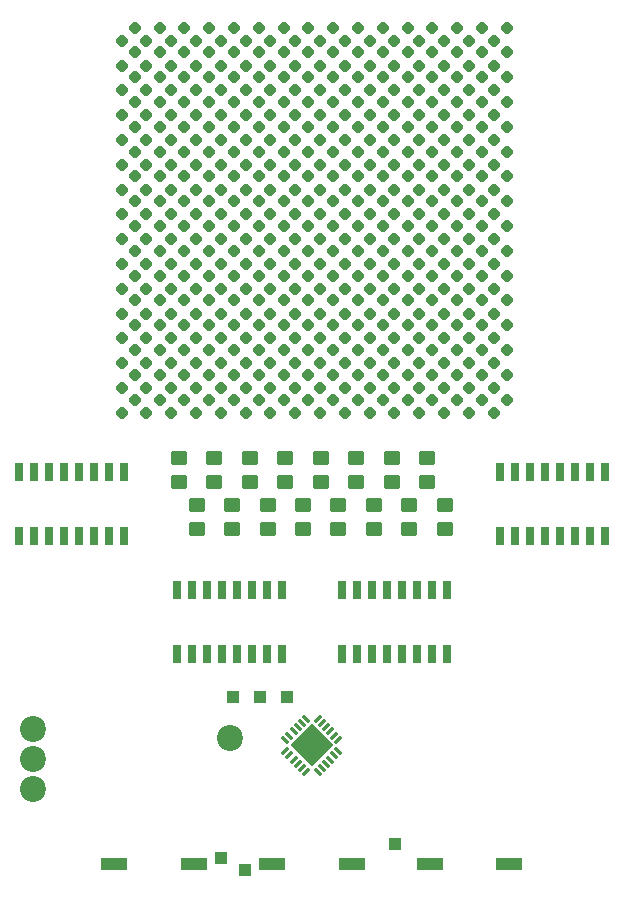
<source format=gbr>
%TF.GenerationSoftware,KiCad,Pcbnew,(6.0.5)*%
%TF.CreationDate,2022-08-28T18:04:00-07:00*%
%TF.ProjectId,PCBbuscard,50434262-7573-4636-9172-642e6b696361,rev?*%
%TF.SameCoordinates,Original*%
%TF.FileFunction,Soldermask,Top*%
%TF.FilePolarity,Negative*%
%FSLAX46Y46*%
G04 Gerber Fmt 4.6, Leading zero omitted, Abs format (unit mm)*
G04 Created by KiCad (PCBNEW (6.0.5)) date 2022-08-28 18:04:00*
%MOMM*%
%LPD*%
G01*
G04 APERTURE LIST*
G04 Aperture macros list*
%AMRoundRect*
0 Rectangle with rounded corners*
0 $1 Rounding radius*
0 $2 $3 $4 $5 $6 $7 $8 $9 X,Y pos of 4 corners*
0 Add a 4 corners polygon primitive as box body*
4,1,4,$2,$3,$4,$5,$6,$7,$8,$9,$2,$3,0*
0 Add four circle primitives for the rounded corners*
1,1,$1+$1,$2,$3*
1,1,$1+$1,$4,$5*
1,1,$1+$1,$6,$7*
1,1,$1+$1,$8,$9*
0 Add four rect primitives between the rounded corners*
20,1,$1+$1,$2,$3,$4,$5,0*
20,1,$1+$1,$4,$5,$6,$7,0*
20,1,$1+$1,$6,$7,$8,$9,0*
20,1,$1+$1,$8,$9,$2,$3,0*%
%AMRotRect*
0 Rectangle, with rotation*
0 The origin of the aperture is its center*
0 $1 length*
0 $2 width*
0 $3 Rotation angle, in degrees counterclockwise*
0 Add horizontal line*
21,1,$1,$2,0,0,$3*%
G04 Aperture macros list end*
%ADD10R,0.700000X1.550000*%
%ADD11C,2.200000*%
%ADD12RoundRect,0.218750X0.026517X-0.335876X0.335876X-0.026517X-0.026517X0.335876X-0.335876X0.026517X0*%
%ADD13RoundRect,0.250000X0.450000X-0.350000X0.450000X0.350000X-0.450000X0.350000X-0.450000X-0.350000X0*%
%ADD14R,1.000000X1.000000*%
%ADD15R,2.160000X1.120000*%
%ADD16RoundRect,0.062500X0.291682X-0.203293X-0.203293X0.291682X-0.291682X0.203293X0.203293X-0.291682X0*%
%ADD17RoundRect,0.062500X0.291682X0.203293X0.203293X0.291682X-0.291682X-0.203293X-0.203293X-0.291682X0*%
%ADD18RotRect,2.600000X2.600000X135.000000*%
G04 APERTURE END LIST*
D10*
%TO.C,U4*%
X185445000Y-83635000D03*
X184175000Y-83635000D03*
X182905000Y-83635000D03*
X181635000Y-83635000D03*
X180365000Y-83635000D03*
X179095000Y-83635000D03*
X177825000Y-83635000D03*
X176555000Y-83635000D03*
X176555000Y-89085000D03*
X177825000Y-89085000D03*
X179095000Y-89085000D03*
X180365000Y-89085000D03*
X181635000Y-89085000D03*
X182905000Y-89085000D03*
X184175000Y-89085000D03*
X185445000Y-89085000D03*
%TD*%
%TO.C,U3*%
X144695000Y-83635000D03*
X143425000Y-83635000D03*
X142155000Y-83635000D03*
X140885000Y-83635000D03*
X139615000Y-83635000D03*
X138345000Y-83635000D03*
X137075000Y-83635000D03*
X135805000Y-83635000D03*
X135805000Y-89085000D03*
X137075000Y-89085000D03*
X138345000Y-89085000D03*
X139615000Y-89085000D03*
X140885000Y-89085000D03*
X142155000Y-89085000D03*
X143425000Y-89085000D03*
X144695000Y-89085000D03*
%TD*%
%TO.C,U2*%
X172042700Y-93635000D03*
X170772700Y-93635000D03*
X169502700Y-93635000D03*
X168232700Y-93635000D03*
X166962700Y-93635000D03*
X165692700Y-93635000D03*
X164422700Y-93635000D03*
X163152700Y-93635000D03*
X163152700Y-99085000D03*
X164422700Y-99085000D03*
X165692700Y-99085000D03*
X166962700Y-99085000D03*
X168232700Y-99085000D03*
X169502700Y-99085000D03*
X170772700Y-99085000D03*
X172042700Y-99085000D03*
%TD*%
%TO.C,U1*%
X158042700Y-93635000D03*
X156772700Y-93635000D03*
X155502700Y-93635000D03*
X154232700Y-93635000D03*
X152962700Y-93635000D03*
X151692700Y-93635000D03*
X150422700Y-93635000D03*
X149152700Y-93635000D03*
X149152700Y-99085000D03*
X150422700Y-99085000D03*
X151692700Y-99085000D03*
X152962700Y-99085000D03*
X154232700Y-99085000D03*
X155502700Y-99085000D03*
X156772700Y-99085000D03*
X158042700Y-99085000D03*
%TD*%
D11*
%TO.C,CLK*%
X153670000Y-106172000D03*
%TD*%
D12*
%TO.C,D190*%
X171792884Y-70265477D03*
X172906578Y-69151783D03*
%TD*%
D13*
%TO.C,R2*%
X170347700Y-84500000D03*
X170347700Y-82500000D03*
%TD*%
D12*
%TO.C,D7*%
X157092884Y-47165477D03*
X158206578Y-46051783D03*
%TD*%
%TO.C,D32*%
X175992884Y-49265477D03*
X177106578Y-48151783D03*
%TD*%
%TO.C,D69*%
X152892884Y-55565477D03*
X154006578Y-54451783D03*
%TD*%
%TO.C,D36*%
X150792884Y-51365477D03*
X151906578Y-50251783D03*
%TD*%
%TO.C,D129*%
X144492884Y-63965477D03*
X145606578Y-62851783D03*
%TD*%
%TO.C,D155*%
X165492884Y-66065477D03*
X166606578Y-64951783D03*
%TD*%
%TO.C,D132*%
X150792884Y-63965477D03*
X151906578Y-62851783D03*
%TD*%
%TO.C,D227*%
X148692884Y-76565477D03*
X149806578Y-75451783D03*
%TD*%
%TO.C,D28*%
X167592884Y-49265477D03*
X168706578Y-48151783D03*
%TD*%
%TO.C,D58*%
X163392884Y-53465477D03*
X164506578Y-52351783D03*
%TD*%
%TO.C,D181*%
X152892884Y-70265477D03*
X154006578Y-69151783D03*
%TD*%
%TO.C,D163*%
X148692884Y-68165477D03*
X149806578Y-67051783D03*
%TD*%
%TO.C,D204*%
X167592884Y-72365477D03*
X168706578Y-71251783D03*
%TD*%
%TO.C,D235*%
X165492884Y-76565477D03*
X166606578Y-75451783D03*
%TD*%
%TO.C,D11*%
X165492884Y-47165477D03*
X166606578Y-46051783D03*
%TD*%
%TO.C,D164*%
X150792884Y-68165477D03*
X151906578Y-67051783D03*
%TD*%
%TO.C,D84*%
X150792884Y-57665477D03*
X151906578Y-56551783D03*
%TD*%
%TO.C,D38*%
X154992884Y-51365477D03*
X156106578Y-50251783D03*
%TD*%
%TO.C,D225*%
X144492884Y-76565477D03*
X145606578Y-75451783D03*
%TD*%
%TO.C,D186*%
X163392884Y-70265477D03*
X164506578Y-69151783D03*
%TD*%
%TO.C,D191*%
X173892884Y-70265477D03*
X175006578Y-69151783D03*
%TD*%
%TO.C,D1*%
X144492884Y-47165477D03*
X145606578Y-46051783D03*
%TD*%
%TO.C,D120*%
X159192884Y-61865477D03*
X160306578Y-60751783D03*
%TD*%
%TO.C,D18*%
X146592884Y-49265477D03*
X147706578Y-48151783D03*
%TD*%
%TO.C,D184*%
X159192884Y-70265477D03*
X160306578Y-69151783D03*
%TD*%
%TO.C,D171*%
X165492884Y-68165477D03*
X166606578Y-67051783D03*
%TD*%
%TO.C,D65*%
X144492884Y-55565477D03*
X145606578Y-54451783D03*
%TD*%
%TO.C,D26*%
X163392884Y-49265477D03*
X164506578Y-48151783D03*
%TD*%
%TO.C,D57*%
X161292884Y-53465477D03*
X162406578Y-52351783D03*
%TD*%
%TO.C,D195*%
X148692884Y-72365477D03*
X149806578Y-71251783D03*
%TD*%
%TO.C,D97*%
X144492884Y-59765477D03*
X145606578Y-58651783D03*
%TD*%
%TO.C,D168*%
X159192884Y-68165477D03*
X160306578Y-67051783D03*
%TD*%
%TO.C,D179*%
X148692884Y-70265477D03*
X149806578Y-69151783D03*
%TD*%
%TO.C,D72*%
X159192884Y-55565477D03*
X160306578Y-54451783D03*
%TD*%
%TO.C,D220*%
X167592884Y-74465477D03*
X168706578Y-73351783D03*
%TD*%
%TO.C,D143*%
X173892884Y-63965477D03*
X175006578Y-62851783D03*
%TD*%
%TO.C,D8*%
X159192884Y-47165477D03*
X160306578Y-46051783D03*
%TD*%
%TO.C,D112*%
X175992884Y-59765477D03*
X177106578Y-58651783D03*
%TD*%
%TO.C,D255*%
X173892884Y-78665477D03*
X175006578Y-77551783D03*
%TD*%
%TO.C,D252*%
X167592884Y-78665477D03*
X168706578Y-77551783D03*
%TD*%
%TO.C,D60*%
X167592884Y-53465477D03*
X168706578Y-52351783D03*
%TD*%
%TO.C,D165*%
X152892884Y-68165477D03*
X154006578Y-67051783D03*
%TD*%
%TO.C,D148*%
X150792884Y-66065477D03*
X151906578Y-64951783D03*
%TD*%
D14*
%TO.C,TP6*%
X167640000Y-115200000D03*
%TD*%
D12*
%TO.C,D35*%
X148692884Y-51365477D03*
X149806578Y-50251783D03*
%TD*%
%TO.C,D210*%
X146592884Y-74465477D03*
X147706578Y-73351783D03*
%TD*%
%TO.C,D152*%
X159192884Y-66065477D03*
X160306578Y-64951783D03*
%TD*%
%TO.C,D105*%
X161292884Y-59765477D03*
X162406578Y-58651783D03*
%TD*%
%TO.C,D150*%
X154992884Y-66065477D03*
X156106578Y-64951783D03*
%TD*%
%TO.C,D228*%
X150792884Y-76565477D03*
X151906578Y-75451783D03*
%TD*%
%TO.C,D238*%
X171792884Y-76565477D03*
X172906578Y-75451783D03*
%TD*%
%TO.C,D153*%
X161292884Y-66065477D03*
X162406578Y-64951783D03*
%TD*%
%TO.C,D248*%
X159192884Y-78665477D03*
X160306578Y-77551783D03*
%TD*%
%TO.C,D200*%
X159192884Y-72365477D03*
X160306578Y-71251783D03*
%TD*%
D14*
%TO.C,TP7*%
X158496000Y-102750000D03*
%TD*%
D12*
%TO.C,D250*%
X163392884Y-78665477D03*
X164506578Y-77551783D03*
%TD*%
D13*
%TO.C,R6*%
X164347700Y-84500000D03*
X164347700Y-82500000D03*
%TD*%
%TO.C,R3*%
X168847700Y-88500000D03*
X168847700Y-86500000D03*
%TD*%
D12*
%TO.C,D211*%
X148692884Y-74465477D03*
X149806578Y-73351783D03*
%TD*%
%TO.C,D182*%
X154992884Y-70265477D03*
X156106578Y-69151783D03*
%TD*%
%TO.C,D122*%
X163392884Y-61865477D03*
X164506578Y-60751783D03*
%TD*%
%TO.C,D128*%
X175992884Y-61865477D03*
X177106578Y-60751783D03*
%TD*%
%TO.C,D202*%
X163392884Y-72365477D03*
X164506578Y-71251783D03*
%TD*%
%TO.C,D223*%
X173892884Y-74465477D03*
X175006578Y-73351783D03*
%TD*%
%TO.C,D208*%
X175992884Y-72365477D03*
X177106578Y-71251783D03*
%TD*%
%TO.C,D6*%
X154992884Y-47165477D03*
X156106578Y-46051783D03*
%TD*%
%TO.C,D149*%
X152892884Y-66065477D03*
X154006578Y-64951783D03*
%TD*%
%TO.C,D2*%
X146592884Y-47165477D03*
X147706578Y-46051783D03*
%TD*%
%TO.C,D118*%
X154992884Y-61865477D03*
X156106578Y-60751783D03*
%TD*%
%TO.C,D70*%
X154992884Y-55565477D03*
X156106578Y-54451783D03*
%TD*%
%TO.C,D170*%
X163392884Y-68165477D03*
X164506578Y-67051783D03*
%TD*%
%TO.C,D131*%
X148692884Y-63965477D03*
X149806578Y-62851783D03*
%TD*%
%TO.C,D147*%
X148692884Y-66065477D03*
X149806578Y-64951783D03*
%TD*%
%TO.C,D61*%
X169692884Y-53465477D03*
X170806578Y-52351783D03*
%TD*%
%TO.C,D175*%
X173892884Y-68165477D03*
X175006578Y-67051783D03*
%TD*%
%TO.C,D139*%
X165492884Y-63965477D03*
X166606578Y-62851783D03*
%TD*%
%TO.C,D240*%
X175992884Y-76565477D03*
X177106578Y-75451783D03*
%TD*%
%TO.C,D127*%
X173892884Y-61865477D03*
X175006578Y-60751783D03*
%TD*%
%TO.C,D50*%
X146592884Y-53465477D03*
X147706578Y-52351783D03*
%TD*%
D11*
%TO.C,GND*%
X137000000Y-110500000D03*
%TD*%
D12*
%TO.C,D205*%
X169692884Y-72365477D03*
X170806578Y-71251783D03*
%TD*%
%TO.C,D154*%
X163392884Y-66065477D03*
X164506578Y-64951783D03*
%TD*%
%TO.C,D90*%
X163392884Y-57665477D03*
X164506578Y-56551783D03*
%TD*%
%TO.C,D229*%
X152892884Y-76565477D03*
X154006578Y-75451783D03*
%TD*%
%TO.C,D16*%
X175992884Y-47165477D03*
X177106578Y-46051783D03*
%TD*%
%TO.C,D251*%
X165492884Y-78665477D03*
X166606578Y-77551783D03*
%TD*%
%TO.C,D41*%
X161292884Y-51365477D03*
X162406578Y-50251783D03*
%TD*%
%TO.C,D124*%
X167592884Y-61865477D03*
X168706578Y-60751783D03*
%TD*%
%TO.C,D3*%
X148692884Y-47165477D03*
X149806578Y-46051783D03*
%TD*%
%TO.C,D46*%
X171792884Y-51365477D03*
X172906578Y-50251783D03*
%TD*%
D13*
%TO.C,R5*%
X165847700Y-88500000D03*
X165847700Y-86500000D03*
%TD*%
D12*
%TO.C,D206*%
X171792884Y-72365477D03*
X172906578Y-71251783D03*
%TD*%
%TO.C,D162*%
X146592884Y-68165477D03*
X147706578Y-67051783D03*
%TD*%
%TO.C,D13*%
X169692884Y-47165477D03*
X170806578Y-46051783D03*
%TD*%
%TO.C,D207*%
X173892884Y-72365477D03*
X175006578Y-71251783D03*
%TD*%
%TO.C,D233*%
X161292884Y-76565477D03*
X162406578Y-75451783D03*
%TD*%
%TO.C,D103*%
X157092884Y-59765477D03*
X158206578Y-58651783D03*
%TD*%
%TO.C,D83*%
X148692884Y-57665477D03*
X149806578Y-56551783D03*
%TD*%
%TO.C,D29*%
X169692884Y-49265477D03*
X170806578Y-48151783D03*
%TD*%
%TO.C,D123*%
X165492884Y-61865477D03*
X166606578Y-60751783D03*
%TD*%
D15*
%TO.C,SW3*%
X170594000Y-116824958D03*
X177324000Y-116824958D03*
%TD*%
D13*
%TO.C,R15*%
X150847700Y-88500000D03*
X150847700Y-86500000D03*
%TD*%
D12*
%TO.C,D55*%
X157092884Y-53465477D03*
X158206578Y-52351783D03*
%TD*%
%TO.C,D87*%
X157092884Y-57665477D03*
X158206578Y-56551783D03*
%TD*%
%TO.C,D231*%
X157092884Y-76565477D03*
X158206578Y-75451783D03*
%TD*%
%TO.C,D62*%
X171792884Y-53465477D03*
X172906578Y-52351783D03*
%TD*%
%TO.C,D116*%
X150792884Y-61865477D03*
X151906578Y-60751783D03*
%TD*%
%TO.C,D31*%
X173892884Y-49265477D03*
X175006578Y-48151783D03*
%TD*%
%TO.C,D88*%
X159192884Y-57665477D03*
X160306578Y-56551783D03*
%TD*%
%TO.C,D161*%
X144492884Y-68165477D03*
X145606578Y-67051783D03*
%TD*%
%TO.C,D85*%
X152892884Y-57665477D03*
X154006578Y-56551783D03*
%TD*%
%TO.C,D215*%
X157092884Y-74465477D03*
X158206578Y-73351783D03*
%TD*%
%TO.C,D203*%
X165492884Y-72365477D03*
X166606578Y-71251783D03*
%TD*%
%TO.C,D101*%
X152892884Y-59765477D03*
X154006578Y-58651783D03*
%TD*%
%TO.C,D10*%
X163392884Y-47165477D03*
X164506578Y-46051783D03*
%TD*%
%TO.C,D27*%
X165492884Y-49265477D03*
X166606578Y-48151783D03*
%TD*%
%TO.C,D114*%
X146592884Y-61865477D03*
X147706578Y-60751783D03*
%TD*%
D13*
%TO.C,R13*%
X153847700Y-88500000D03*
X153847700Y-86500000D03*
%TD*%
D12*
%TO.C,D253*%
X169692884Y-78665477D03*
X170806578Y-77551783D03*
%TD*%
%TO.C,D82*%
X146592884Y-57665477D03*
X147706578Y-56551783D03*
%TD*%
%TO.C,D109*%
X169692884Y-59765477D03*
X170806578Y-58651783D03*
%TD*%
%TO.C,D236*%
X167592884Y-76565477D03*
X168706578Y-75451783D03*
%TD*%
D13*
%TO.C,R4*%
X167347700Y-84500000D03*
X167347700Y-82500000D03*
%TD*%
D12*
%TO.C,D226*%
X146592884Y-76565477D03*
X147706578Y-75451783D03*
%TD*%
%TO.C,D232*%
X159192884Y-76565477D03*
X160306578Y-75451783D03*
%TD*%
%TO.C,D74*%
X163392884Y-55565477D03*
X164506578Y-54451783D03*
%TD*%
D13*
%TO.C,R1*%
X171847700Y-88500000D03*
X171847700Y-86500000D03*
%TD*%
D12*
%TO.C,D67*%
X148692884Y-55565477D03*
X149806578Y-54451783D03*
%TD*%
%TO.C,D33*%
X144492884Y-51365477D03*
X145606578Y-50251783D03*
%TD*%
%TO.C,D140*%
X167592884Y-63965477D03*
X168706578Y-62851783D03*
%TD*%
%TO.C,D71*%
X157092884Y-55565477D03*
X158206578Y-54451783D03*
%TD*%
%TO.C,D66*%
X146592884Y-55565477D03*
X147706578Y-54451783D03*
%TD*%
%TO.C,D104*%
X159192884Y-59765477D03*
X160306578Y-58651783D03*
%TD*%
%TO.C,D209*%
X144492884Y-74465477D03*
X145606578Y-73351783D03*
%TD*%
%TO.C,D78*%
X171792884Y-55565477D03*
X172906578Y-54451783D03*
%TD*%
%TO.C,D136*%
X159192884Y-63965477D03*
X160306578Y-62851783D03*
%TD*%
D11*
%TO.C,VCC*%
X137000000Y-107960000D03*
%TD*%
D12*
%TO.C,D99*%
X148692884Y-59765477D03*
X149806578Y-58651783D03*
%TD*%
%TO.C,D102*%
X154992884Y-59765477D03*
X156106578Y-58651783D03*
%TD*%
%TO.C,D111*%
X173892884Y-59765477D03*
X175006578Y-58651783D03*
%TD*%
%TO.C,D135*%
X157092884Y-63965477D03*
X158206578Y-62851783D03*
%TD*%
%TO.C,D37*%
X152892884Y-51365477D03*
X154006578Y-50251783D03*
%TD*%
%TO.C,D241*%
X144492884Y-78665477D03*
X145606578Y-77551783D03*
%TD*%
D13*
%TO.C,R12*%
X155347700Y-84500000D03*
X155347700Y-82500000D03*
%TD*%
D12*
%TO.C,D53*%
X152892884Y-53465477D03*
X154006578Y-52351783D03*
%TD*%
D13*
%TO.C,R14*%
X152347700Y-84500000D03*
X152347700Y-82500000D03*
%TD*%
D12*
%TO.C,D15*%
X173892884Y-47165477D03*
X175006578Y-46051783D03*
%TD*%
%TO.C,D4*%
X150792884Y-47165477D03*
X151906578Y-46051783D03*
%TD*%
%TO.C,D100*%
X150792884Y-59765477D03*
X151906578Y-58651783D03*
%TD*%
%TO.C,D187*%
X165492884Y-70265477D03*
X166606578Y-69151783D03*
%TD*%
%TO.C,D56*%
X159192884Y-53465477D03*
X160306578Y-52351783D03*
%TD*%
%TO.C,D24*%
X159192884Y-49265477D03*
X160306578Y-48151783D03*
%TD*%
%TO.C,D166*%
X154992884Y-68165477D03*
X156106578Y-67051783D03*
%TD*%
D14*
%TO.C,TP9*%
X156250000Y-102750000D03*
%TD*%
D12*
%TO.C,D249*%
X161292884Y-78665477D03*
X162406578Y-77551783D03*
%TD*%
%TO.C,D68*%
X150792884Y-55565477D03*
X151906578Y-54451783D03*
%TD*%
%TO.C,D224*%
X175992884Y-74465477D03*
X177106578Y-73351783D03*
%TD*%
%TO.C,D158*%
X171792884Y-66065477D03*
X172906578Y-64951783D03*
%TD*%
D15*
%TO.C,SW1*%
X143871400Y-116824958D03*
X150601400Y-116824958D03*
%TD*%
D13*
%TO.C,R11*%
X156847700Y-88500000D03*
X156847700Y-86500000D03*
%TD*%
D12*
%TO.C,D246*%
X154992884Y-78665477D03*
X156106578Y-77551783D03*
%TD*%
%TO.C,D75*%
X165492884Y-55565477D03*
X166606578Y-54451783D03*
%TD*%
%TO.C,D119*%
X157092884Y-61865477D03*
X158206578Y-60751783D03*
%TD*%
%TO.C,D198*%
X154992884Y-72365477D03*
X156106578Y-71251783D03*
%TD*%
%TO.C,D176*%
X175992884Y-68165477D03*
X177106578Y-67051783D03*
%TD*%
%TO.C,D9*%
X161292884Y-47165477D03*
X162406578Y-46051783D03*
%TD*%
D14*
%TO.C,TP8*%
X153924000Y-102750000D03*
%TD*%
D12*
%TO.C,D137*%
X161292884Y-63965477D03*
X162406578Y-62851783D03*
%TD*%
%TO.C,D43*%
X165492884Y-51365477D03*
X166606578Y-50251783D03*
%TD*%
%TO.C,D63*%
X173892884Y-53465477D03*
X175006578Y-52351783D03*
%TD*%
%TO.C,D174*%
X171792884Y-68165477D03*
X172906578Y-67051783D03*
%TD*%
%TO.C,D92*%
X167592884Y-57665477D03*
X168706578Y-56551783D03*
%TD*%
%TO.C,D185*%
X161292884Y-70265477D03*
X162406578Y-69151783D03*
%TD*%
%TO.C,D142*%
X171792884Y-63965477D03*
X172906578Y-62851783D03*
%TD*%
%TO.C,D193*%
X144492884Y-72365477D03*
X145606578Y-71251783D03*
%TD*%
%TO.C,D40*%
X159192884Y-51365477D03*
X160306578Y-50251783D03*
%TD*%
%TO.C,D244*%
X150792884Y-78665477D03*
X151906578Y-77551783D03*
%TD*%
%TO.C,D94*%
X171792884Y-57665477D03*
X172906578Y-56551783D03*
%TD*%
%TO.C,D243*%
X148692884Y-78665477D03*
X149806578Y-77551783D03*
%TD*%
%TO.C,D216*%
X159192884Y-74465477D03*
X160306578Y-73351783D03*
%TD*%
%TO.C,D156*%
X167592884Y-66065477D03*
X168706578Y-64951783D03*
%TD*%
%TO.C,D14*%
X171792884Y-47165477D03*
X172906578Y-46051783D03*
%TD*%
%TO.C,D239*%
X173892884Y-76565477D03*
X175006578Y-75451783D03*
%TD*%
%TO.C,D177*%
X144492884Y-70265477D03*
X145606578Y-69151783D03*
%TD*%
%TO.C,D245*%
X152892884Y-78665477D03*
X154006578Y-77551783D03*
%TD*%
%TO.C,D230*%
X154992884Y-76565477D03*
X156106578Y-75451783D03*
%TD*%
%TO.C,D222*%
X171792884Y-74465477D03*
X172906578Y-73351783D03*
%TD*%
%TO.C,D51*%
X148692884Y-53465477D03*
X149806578Y-52351783D03*
%TD*%
%TO.C,D167*%
X157092884Y-68165477D03*
X158206578Y-67051783D03*
%TD*%
%TO.C,D76*%
X167592884Y-55565477D03*
X168706578Y-54451783D03*
%TD*%
%TO.C,D138*%
X163392884Y-63965477D03*
X164506578Y-62851783D03*
%TD*%
%TO.C,D77*%
X169692884Y-55565477D03*
X170806578Y-54451783D03*
%TD*%
%TO.C,D23*%
X157092884Y-49265477D03*
X158206578Y-48151783D03*
%TD*%
%TO.C,D81*%
X144492884Y-57665477D03*
X145606578Y-56551783D03*
%TD*%
%TO.C,D172*%
X167592884Y-68165477D03*
X168706578Y-67051783D03*
%TD*%
%TO.C,D213*%
X152892884Y-74465477D03*
X154006578Y-73351783D03*
%TD*%
%TO.C,D247*%
X157092884Y-78665477D03*
X158206578Y-77551783D03*
%TD*%
%TO.C,D146*%
X146592884Y-66065477D03*
X147706578Y-64951783D03*
%TD*%
%TO.C,D44*%
X167592884Y-51365477D03*
X168706578Y-50251783D03*
%TD*%
%TO.C,D79*%
X173892884Y-55565477D03*
X175006578Y-54451783D03*
%TD*%
D15*
%TO.C,SW2*%
X157232700Y-116824958D03*
X163962700Y-116824958D03*
%TD*%
D13*
%TO.C,R9*%
X159847700Y-88500000D03*
X159847700Y-86500000D03*
%TD*%
D12*
%TO.C,D145*%
X144492884Y-66065477D03*
X145606578Y-64951783D03*
%TD*%
%TO.C,D126*%
X171792884Y-61865477D03*
X172906578Y-60751783D03*
%TD*%
%TO.C,D256*%
X175992884Y-78665477D03*
X177106578Y-77551783D03*
%TD*%
%TO.C,D42*%
X163392884Y-51365477D03*
X164506578Y-50251783D03*
%TD*%
%TO.C,D107*%
X165492884Y-59765477D03*
X166606578Y-58651783D03*
%TD*%
D13*
%TO.C,R10*%
X158347700Y-84500000D03*
X158347700Y-82500000D03*
%TD*%
D12*
%TO.C,D160*%
X175992884Y-66065477D03*
X177106578Y-64951783D03*
%TD*%
%TO.C,D95*%
X173892884Y-57665477D03*
X175006578Y-56551783D03*
%TD*%
%TO.C,D242*%
X146592884Y-78665477D03*
X147706578Y-77551783D03*
%TD*%
%TO.C,D52*%
X150792884Y-53465477D03*
X151906578Y-52351783D03*
%TD*%
D16*
%TO.C,U5*%
X161083836Y-109078861D03*
X161437389Y-108725307D03*
X161790943Y-108371754D03*
X162144496Y-108018201D03*
X162498049Y-107664647D03*
X162851603Y-107311094D03*
D17*
X162851603Y-106338822D03*
X162498049Y-105985269D03*
X162144496Y-105631715D03*
X161790943Y-105278162D03*
X161437389Y-104924609D03*
X161083836Y-104571055D03*
D16*
X160111564Y-104571055D03*
X159758011Y-104924609D03*
X159404457Y-105278162D03*
X159050904Y-105631715D03*
X158697351Y-105985269D03*
X158343797Y-106338822D03*
D17*
X158343797Y-107311094D03*
X158697351Y-107664647D03*
X159050904Y-108018201D03*
X159404457Y-108371754D03*
X159758011Y-108725307D03*
X160111564Y-109078861D03*
D18*
X160597700Y-106824958D03*
%TD*%
D12*
%TO.C,D221*%
X169692884Y-74465477D03*
X170806578Y-73351783D03*
%TD*%
%TO.C,D117*%
X152892884Y-61865477D03*
X154006578Y-60751783D03*
%TD*%
%TO.C,D108*%
X167592884Y-59765477D03*
X168706578Y-58651783D03*
%TD*%
%TO.C,D110*%
X171792884Y-59765477D03*
X172906578Y-58651783D03*
%TD*%
%TO.C,D86*%
X154992884Y-57665477D03*
X156106578Y-56551783D03*
%TD*%
%TO.C,D30*%
X171792884Y-49265477D03*
X172906578Y-48151783D03*
%TD*%
%TO.C,D54*%
X154992884Y-53465477D03*
X156106578Y-52351783D03*
%TD*%
%TO.C,D197*%
X152892884Y-72365477D03*
X154006578Y-71251783D03*
%TD*%
%TO.C,D183*%
X157092884Y-70265477D03*
X158206578Y-69151783D03*
%TD*%
%TO.C,D237*%
X169692884Y-76565477D03*
X170806578Y-75451783D03*
%TD*%
%TO.C,D234*%
X163392884Y-76565477D03*
X164506578Y-75451783D03*
%TD*%
%TO.C,D22*%
X154992884Y-49265477D03*
X156106578Y-48151783D03*
%TD*%
%TO.C,D188*%
X167592884Y-70265477D03*
X168706578Y-69151783D03*
%TD*%
%TO.C,D80*%
X175992884Y-55565477D03*
X177106578Y-54451783D03*
%TD*%
%TO.C,D254*%
X171792884Y-78665477D03*
X172906578Y-77551783D03*
%TD*%
%TO.C,D5*%
X152892884Y-47165477D03*
X154006578Y-46051783D03*
%TD*%
%TO.C,D196*%
X150792884Y-72365477D03*
X151906578Y-71251783D03*
%TD*%
%TO.C,D113*%
X144492884Y-61865477D03*
X145606578Y-60751783D03*
%TD*%
D11*
%TO.C,PROG*%
X137000000Y-105420001D03*
%TD*%
D12*
%TO.C,D219*%
X165492884Y-74465477D03*
X166606578Y-73351783D03*
%TD*%
%TO.C,D73*%
X161292884Y-55565477D03*
X162406578Y-54451783D03*
%TD*%
%TO.C,D25*%
X161292884Y-49265477D03*
X162406578Y-48151783D03*
%TD*%
%TO.C,D214*%
X154992884Y-74465477D03*
X156106578Y-73351783D03*
%TD*%
%TO.C,D141*%
X169692884Y-63965477D03*
X170806578Y-62851783D03*
%TD*%
%TO.C,D91*%
X165492884Y-57665477D03*
X166606578Y-56551783D03*
%TD*%
%TO.C,D159*%
X173892884Y-66065477D03*
X175006578Y-64951783D03*
%TD*%
%TO.C,D89*%
X161292884Y-57665477D03*
X162406578Y-56551783D03*
%TD*%
%TO.C,D199*%
X157092884Y-72365477D03*
X158206578Y-71251783D03*
%TD*%
%TO.C,D144*%
X175992884Y-63965477D03*
X177106578Y-62851783D03*
%TD*%
%TO.C,D39*%
X157092884Y-51365477D03*
X158206578Y-50251783D03*
%TD*%
%TO.C,D189*%
X169692884Y-70265477D03*
X170806578Y-69151783D03*
%TD*%
%TO.C,D106*%
X163392884Y-59765477D03*
X164506578Y-58651783D03*
%TD*%
%TO.C,D212*%
X150792884Y-74465477D03*
X151906578Y-73351783D03*
%TD*%
%TO.C,D180*%
X150792884Y-70265477D03*
X151906578Y-69151783D03*
%TD*%
%TO.C,D96*%
X175992884Y-57665477D03*
X177106578Y-56551783D03*
%TD*%
D13*
%TO.C,R16*%
X149347700Y-84500000D03*
X149347700Y-82500000D03*
%TD*%
D12*
%TO.C,D45*%
X169692884Y-51365477D03*
X170806578Y-50251783D03*
%TD*%
D13*
%TO.C,R7*%
X162847700Y-88500000D03*
X162847700Y-86500000D03*
%TD*%
D12*
%TO.C,D20*%
X150792884Y-49265477D03*
X151906578Y-48151783D03*
%TD*%
%TO.C,D21*%
X152892884Y-49265477D03*
X154006578Y-48151783D03*
%TD*%
%TO.C,D157*%
X169692884Y-66065477D03*
X170806578Y-64951783D03*
%TD*%
%TO.C,D218*%
X163392884Y-74465477D03*
X164506578Y-73351783D03*
%TD*%
%TO.C,D64*%
X175992884Y-53465477D03*
X177106578Y-52351783D03*
%TD*%
%TO.C,D19*%
X148692884Y-49265477D03*
X149806578Y-48151783D03*
%TD*%
%TO.C,D133*%
X152892884Y-63965477D03*
X154006578Y-62851783D03*
%TD*%
%TO.C,D17*%
X144492884Y-49265477D03*
X145606578Y-48151783D03*
%TD*%
%TO.C,D173*%
X169692884Y-68165477D03*
X170806578Y-67051783D03*
%TD*%
%TO.C,D115*%
X148692884Y-61865477D03*
X149806578Y-60751783D03*
%TD*%
%TO.C,D48*%
X175992884Y-51365477D03*
X177106578Y-50251783D03*
%TD*%
%TO.C,D47*%
X173892884Y-51365477D03*
X175006578Y-50251783D03*
%TD*%
%TO.C,D151*%
X157092884Y-66065477D03*
X158206578Y-64951783D03*
%TD*%
%TO.C,D49*%
X144492884Y-53465477D03*
X145606578Y-52351783D03*
%TD*%
%TO.C,D93*%
X169692884Y-57665477D03*
X170806578Y-56551783D03*
%TD*%
%TO.C,D34*%
X146592884Y-51365477D03*
X147706578Y-50251783D03*
%TD*%
%TO.C,D169*%
X161292884Y-68165477D03*
X162406578Y-67051783D03*
%TD*%
%TO.C,D192*%
X175992884Y-70265477D03*
X177106578Y-69151783D03*
%TD*%
D13*
%TO.C,R8*%
X161347700Y-84500000D03*
X161347700Y-82500000D03*
%TD*%
D14*
%TO.C,TP4*%
X152908000Y-116332000D03*
%TD*%
D12*
%TO.C,D130*%
X146592884Y-63965477D03*
X147706578Y-62851783D03*
%TD*%
%TO.C,D134*%
X154992884Y-63965477D03*
X156106578Y-62851783D03*
%TD*%
%TO.C,D98*%
X146592884Y-59765477D03*
X147706578Y-58651783D03*
%TD*%
%TO.C,D194*%
X146592884Y-72365477D03*
X147706578Y-71251783D03*
%TD*%
D14*
%TO.C,TP5*%
X154940000Y-117348000D03*
%TD*%
D12*
%TO.C,D125*%
X169692884Y-61865477D03*
X170806578Y-60751783D03*
%TD*%
%TO.C,D178*%
X146592884Y-70265477D03*
X147706578Y-69151783D03*
%TD*%
%TO.C,D12*%
X167592884Y-47165477D03*
X168706578Y-46051783D03*
%TD*%
%TO.C,D121*%
X161292884Y-61865477D03*
X162406578Y-60751783D03*
%TD*%
%TO.C,D59*%
X165492884Y-53465477D03*
X166606578Y-52351783D03*
%TD*%
%TO.C,D217*%
X161292884Y-74465477D03*
X162406578Y-73351783D03*
%TD*%
%TO.C,D201*%
X161292884Y-72365477D03*
X162406578Y-71251783D03*
%TD*%
M02*

</source>
